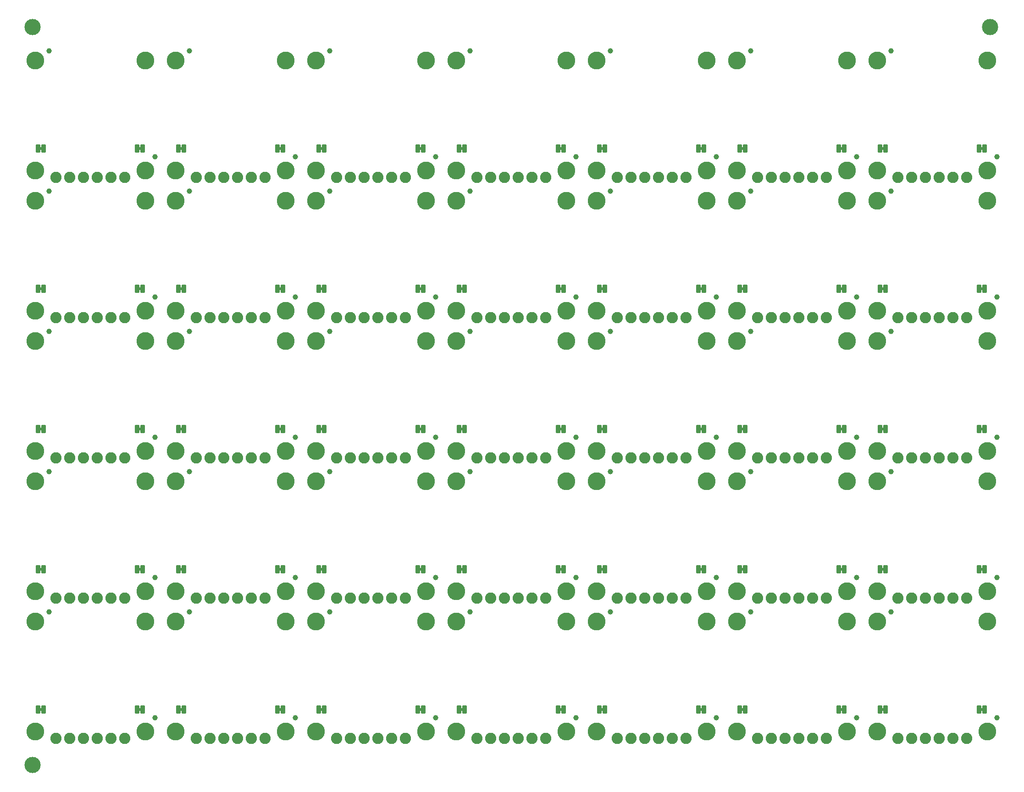
<source format=gbs>
%TF.GenerationSoftware,KiCad,Pcbnew,7.0.10*%
%TF.CreationDate,2024-03-13T10:51:02+00:00*%
%TF.ProjectId,SparkX_Soft_Power_Switch_panelized,53706172-6b58-45f5-936f-66745f506f77,v01*%
%TF.SameCoordinates,Original*%
%TF.FileFunction,Soldermask,Bot*%
%TF.FilePolarity,Negative*%
%FSLAX46Y46*%
G04 Gerber Fmt 4.6, Leading zero omitted, Abs format (unit mm)*
G04 Created by KiCad (PCBNEW 7.0.10) date 2024-03-13 10:51:02*
%MOMM*%
%LPD*%
G01*
G04 APERTURE LIST*
G04 Aperture macros list*
%AMRoundRect*
0 Rectangle with rounded corners*
0 $1 Rounding radius*
0 $2 $3 $4 $5 $6 $7 $8 $9 X,Y pos of 4 corners*
0 Add a 4 corners polygon primitive as box body*
4,1,4,$2,$3,$4,$5,$6,$7,$8,$9,$2,$3,0*
0 Add four circle primitives for the rounded corners*
1,1,$1+$1,$2,$3*
1,1,$1+$1,$4,$5*
1,1,$1+$1,$6,$7*
1,1,$1+$1,$8,$9*
0 Add four rect primitives between the rounded corners*
20,1,$1+$1,$2,$3,$4,$5,0*
20,1,$1+$1,$4,$5,$6,$7,0*
20,1,$1+$1,$6,$7,$8,$9,0*
20,1,$1+$1,$8,$9,$2,$3,0*%
G04 Aperture macros list end*
%ADD10C,2.082800*%
%ADD11C,3.302000*%
%ADD12C,1.000000*%
%ADD13C,3.000000*%
%ADD14RoundRect,0.101600X-0.330200X-0.635000X0.330200X-0.635000X0.330200X0.635000X-0.330200X0.635000X0*%
%ADD15RoundRect,0.101600X0.330200X0.635000X-0.330200X0.635000X-0.330200X-0.635000X0.330200X-0.635000X0*%
G04 APERTURE END LIST*
%TO.C,JP2*%
G36*
X22098000Y6363500D02*
G01*
X21590000Y6363500D01*
X21590000Y6844500D01*
X22098000Y6844500D01*
X22098000Y6363500D01*
G37*
G36*
X22098000Y58163500D02*
G01*
X21590000Y58163500D01*
X21590000Y58644500D01*
X22098000Y58644500D01*
X22098000Y58163500D01*
G37*
G36*
X73898000Y84063500D02*
G01*
X73390000Y84063500D01*
X73390000Y84544500D01*
X73898000Y84544500D01*
X73898000Y84063500D01*
G37*
G36*
X99798000Y6363500D02*
G01*
X99290000Y6363500D01*
X99290000Y6844500D01*
X99798000Y6844500D01*
X99798000Y6363500D01*
G37*
G36*
X47998000Y58163500D02*
G01*
X47490000Y58163500D01*
X47490000Y58644500D01*
X47998000Y58644500D01*
X47998000Y58163500D01*
G37*
G36*
X22098000Y109963500D02*
G01*
X21590000Y109963500D01*
X21590000Y110444500D01*
X22098000Y110444500D01*
X22098000Y109963500D01*
G37*
G36*
X22098000Y32263500D02*
G01*
X21590000Y32263500D01*
X21590000Y32744500D01*
X22098000Y32744500D01*
X22098000Y32263500D01*
G37*
G36*
X22098000Y84063500D02*
G01*
X21590000Y84063500D01*
X21590000Y84544500D01*
X22098000Y84544500D01*
X22098000Y84063500D01*
G37*
G36*
X47998000Y32263500D02*
G01*
X47490000Y32263500D01*
X47490000Y32744500D01*
X47998000Y32744500D01*
X47998000Y32263500D01*
G37*
G36*
X47998000Y84063500D02*
G01*
X47490000Y84063500D01*
X47490000Y84544500D01*
X47998000Y84544500D01*
X47998000Y84063500D01*
G37*
G36*
X47998000Y109963500D02*
G01*
X47490000Y109963500D01*
X47490000Y110444500D01*
X47998000Y110444500D01*
X47998000Y109963500D01*
G37*
G36*
X47998000Y6363500D02*
G01*
X47490000Y6363500D01*
X47490000Y6844500D01*
X47998000Y6844500D01*
X47998000Y6363500D01*
G37*
G36*
X73898000Y6363500D02*
G01*
X73390000Y6363500D01*
X73390000Y6844500D01*
X73898000Y6844500D01*
X73898000Y6363500D01*
G37*
G36*
X73898000Y32263500D02*
G01*
X73390000Y32263500D01*
X73390000Y32744500D01*
X73898000Y32744500D01*
X73898000Y32263500D01*
G37*
G36*
X73898000Y58163500D02*
G01*
X73390000Y58163500D01*
X73390000Y58644500D01*
X73898000Y58644500D01*
X73898000Y58163500D01*
G37*
G36*
X73898000Y109963500D02*
G01*
X73390000Y109963500D01*
X73390000Y110444500D01*
X73898000Y110444500D01*
X73898000Y109963500D01*
G37*
G36*
X151598000Y32263500D02*
G01*
X151090000Y32263500D01*
X151090000Y32744500D01*
X151598000Y32744500D01*
X151598000Y32263500D01*
G37*
G36*
X177498000Y109963500D02*
G01*
X176990000Y109963500D01*
X176990000Y110444500D01*
X177498000Y110444500D01*
X177498000Y109963500D01*
G37*
G36*
X99798000Y109963500D02*
G01*
X99290000Y109963500D01*
X99290000Y110444500D01*
X99798000Y110444500D01*
X99798000Y109963500D01*
G37*
G36*
X151598000Y6363500D02*
G01*
X151090000Y6363500D01*
X151090000Y6844500D01*
X151598000Y6844500D01*
X151598000Y6363500D01*
G37*
G36*
X99798000Y84063500D02*
G01*
X99290000Y84063500D01*
X99290000Y84544500D01*
X99798000Y84544500D01*
X99798000Y84063500D01*
G37*
G36*
X99798000Y32263500D02*
G01*
X99290000Y32263500D01*
X99290000Y32744500D01*
X99798000Y32744500D01*
X99798000Y32263500D01*
G37*
G36*
X125698000Y32263500D02*
G01*
X125190000Y32263500D01*
X125190000Y32744500D01*
X125698000Y32744500D01*
X125698000Y32263500D01*
G37*
G36*
X125698000Y109963500D02*
G01*
X125190000Y109963500D01*
X125190000Y110444500D01*
X125698000Y110444500D01*
X125698000Y109963500D01*
G37*
G36*
X125698000Y58163500D02*
G01*
X125190000Y58163500D01*
X125190000Y58644500D01*
X125698000Y58644500D01*
X125698000Y58163500D01*
G37*
G36*
X99798000Y58163500D02*
G01*
X99290000Y58163500D01*
X99290000Y58644500D01*
X99798000Y58644500D01*
X99798000Y58163500D01*
G37*
G36*
X151598000Y84063500D02*
G01*
X151090000Y84063500D01*
X151090000Y84544500D01*
X151598000Y84544500D01*
X151598000Y84063500D01*
G37*
G36*
X151598000Y109963500D02*
G01*
X151090000Y109963500D01*
X151090000Y110444500D01*
X151598000Y110444500D01*
X151598000Y109963500D01*
G37*
G36*
X151598000Y58163500D02*
G01*
X151090000Y58163500D01*
X151090000Y58644500D01*
X151598000Y58644500D01*
X151598000Y58163500D01*
G37*
G36*
X177498000Y6363500D02*
G01*
X176990000Y6363500D01*
X176990000Y6844500D01*
X177498000Y6844500D01*
X177498000Y6363500D01*
G37*
G36*
X177498000Y32263500D02*
G01*
X176990000Y32263500D01*
X176990000Y32744500D01*
X177498000Y32744500D01*
X177498000Y32263500D01*
G37*
G36*
X125698000Y6363500D02*
G01*
X125190000Y6363500D01*
X125190000Y6844500D01*
X125698000Y6844500D01*
X125698000Y6363500D01*
G37*
G36*
X125698000Y84063500D02*
G01*
X125190000Y84063500D01*
X125190000Y84544500D01*
X125698000Y84544500D01*
X125698000Y84063500D01*
G37*
G36*
X177498000Y58163500D02*
G01*
X176990000Y58163500D01*
X176990000Y58644500D01*
X177498000Y58644500D01*
X177498000Y58163500D01*
G37*
G36*
X177498000Y84063500D02*
G01*
X176990000Y84063500D01*
X176990000Y84544500D01*
X177498000Y84544500D01*
X177498000Y84063500D01*
G37*
%TO.C,JP1*%
G36*
X3810000Y6363500D02*
G01*
X3302000Y6363500D01*
X3302000Y6844500D01*
X3810000Y6844500D01*
X3810000Y6363500D01*
G37*
G36*
X3810000Y58163500D02*
G01*
X3302000Y58163500D01*
X3302000Y58644500D01*
X3810000Y58644500D01*
X3810000Y58163500D01*
G37*
G36*
X29710000Y32263500D02*
G01*
X29202000Y32263500D01*
X29202000Y32744500D01*
X29710000Y32744500D01*
X29710000Y32263500D01*
G37*
G36*
X29710000Y58163500D02*
G01*
X29202000Y58163500D01*
X29202000Y58644500D01*
X29710000Y58644500D01*
X29710000Y58163500D01*
G37*
G36*
X3810000Y32263500D02*
G01*
X3302000Y32263500D01*
X3302000Y32744500D01*
X3810000Y32744500D01*
X3810000Y32263500D01*
G37*
G36*
X3810000Y84063500D02*
G01*
X3302000Y84063500D01*
X3302000Y84544500D01*
X3810000Y84544500D01*
X3810000Y84063500D01*
G37*
G36*
X3810000Y109963500D02*
G01*
X3302000Y109963500D01*
X3302000Y110444500D01*
X3810000Y110444500D01*
X3810000Y109963500D01*
G37*
G36*
X29710000Y6363500D02*
G01*
X29202000Y6363500D01*
X29202000Y6844500D01*
X29710000Y6844500D01*
X29710000Y6363500D01*
G37*
G36*
X29710000Y84063500D02*
G01*
X29202000Y84063500D01*
X29202000Y84544500D01*
X29710000Y84544500D01*
X29710000Y84063500D01*
G37*
G36*
X29710000Y109963500D02*
G01*
X29202000Y109963500D01*
X29202000Y110444500D01*
X29710000Y110444500D01*
X29710000Y109963500D01*
G37*
G36*
X55610000Y32263500D02*
G01*
X55102000Y32263500D01*
X55102000Y32744500D01*
X55610000Y32744500D01*
X55610000Y32263500D01*
G37*
G36*
X55610000Y84063500D02*
G01*
X55102000Y84063500D01*
X55102000Y84544500D01*
X55610000Y84544500D01*
X55610000Y84063500D01*
G37*
G36*
X81510000Y6363500D02*
G01*
X81002000Y6363500D01*
X81002000Y6844500D01*
X81510000Y6844500D01*
X81510000Y6363500D01*
G37*
G36*
X55610000Y6363500D02*
G01*
X55102000Y6363500D01*
X55102000Y6844500D01*
X55610000Y6844500D01*
X55610000Y6363500D01*
G37*
G36*
X81510000Y58163500D02*
G01*
X81002000Y58163500D01*
X81002000Y58644500D01*
X81510000Y58644500D01*
X81510000Y58163500D01*
G37*
G36*
X81510000Y32263500D02*
G01*
X81002000Y32263500D01*
X81002000Y32744500D01*
X81510000Y32744500D01*
X81510000Y32263500D01*
G37*
G36*
X55610000Y109963500D02*
G01*
X55102000Y109963500D01*
X55102000Y110444500D01*
X55610000Y110444500D01*
X55610000Y109963500D01*
G37*
G36*
X55610000Y58163500D02*
G01*
X55102000Y58163500D01*
X55102000Y58644500D01*
X55610000Y58644500D01*
X55610000Y58163500D01*
G37*
G36*
X81510000Y84063500D02*
G01*
X81002000Y84063500D01*
X81002000Y84544500D01*
X81510000Y84544500D01*
X81510000Y84063500D01*
G37*
G36*
X107410000Y6363500D02*
G01*
X106902000Y6363500D01*
X106902000Y6844500D01*
X107410000Y6844500D01*
X107410000Y6363500D01*
G37*
G36*
X107410000Y84063500D02*
G01*
X106902000Y84063500D01*
X106902000Y84544500D01*
X107410000Y84544500D01*
X107410000Y84063500D01*
G37*
G36*
X133310000Y32263500D02*
G01*
X132802000Y32263500D01*
X132802000Y32744500D01*
X133310000Y32744500D01*
X133310000Y32263500D01*
G37*
G36*
X107410000Y32263500D02*
G01*
X106902000Y32263500D01*
X106902000Y32744500D01*
X107410000Y32744500D01*
X107410000Y32263500D01*
G37*
G36*
X107410000Y109963500D02*
G01*
X106902000Y109963500D01*
X106902000Y110444500D01*
X107410000Y110444500D01*
X107410000Y109963500D01*
G37*
G36*
X133310000Y58163500D02*
G01*
X132802000Y58163500D01*
X132802000Y58644500D01*
X133310000Y58644500D01*
X133310000Y58163500D01*
G37*
G36*
X133310000Y109963500D02*
G01*
X132802000Y109963500D01*
X132802000Y110444500D01*
X133310000Y110444500D01*
X133310000Y109963500D01*
G37*
G36*
X159210000Y32263500D02*
G01*
X158702000Y32263500D01*
X158702000Y32744500D01*
X159210000Y32744500D01*
X159210000Y32263500D01*
G37*
G36*
X107410000Y58163500D02*
G01*
X106902000Y58163500D01*
X106902000Y58644500D01*
X107410000Y58644500D01*
X107410000Y58163500D01*
G37*
G36*
X159210000Y6363500D02*
G01*
X158702000Y6363500D01*
X158702000Y6844500D01*
X159210000Y6844500D01*
X159210000Y6363500D01*
G37*
G36*
X133310000Y84063500D02*
G01*
X132802000Y84063500D01*
X132802000Y84544500D01*
X133310000Y84544500D01*
X133310000Y84063500D01*
G37*
G36*
X159210000Y84063500D02*
G01*
X158702000Y84063500D01*
X158702000Y84544500D01*
X159210000Y84544500D01*
X159210000Y84063500D01*
G37*
G36*
X81510000Y109963500D02*
G01*
X81002000Y109963500D01*
X81002000Y110444500D01*
X81510000Y110444500D01*
X81510000Y109963500D01*
G37*
G36*
X159210000Y109963500D02*
G01*
X158702000Y109963500D01*
X158702000Y110444500D01*
X159210000Y110444500D01*
X159210000Y109963500D01*
G37*
G36*
X159210000Y58163500D02*
G01*
X158702000Y58163500D01*
X158702000Y58644500D01*
X159210000Y58644500D01*
X159210000Y58163500D01*
G37*
G36*
X133310000Y6363500D02*
G01*
X132802000Y6363500D01*
X132802000Y6844500D01*
X133310000Y6844500D01*
X133310000Y6363500D01*
G37*
%TD*%
D10*
%TO.C,J3*%
X19050000Y1270000D03*
X16510000Y1270000D03*
X13970000Y1270000D03*
X11430000Y1270000D03*
X8890000Y1270000D03*
X6350000Y1270000D03*
%TD*%
%TO.C,J3*%
X44950000Y27170000D03*
X42410000Y27170000D03*
X39870000Y27170000D03*
X37330000Y27170000D03*
X34790000Y27170000D03*
X32250000Y27170000D03*
%TD*%
%TO.C,J3*%
X44950000Y78970000D03*
X42410000Y78970000D03*
X39870000Y78970000D03*
X37330000Y78970000D03*
X34790000Y78970000D03*
X32250000Y78970000D03*
%TD*%
%TO.C,J3*%
X19050000Y104870000D03*
X16510000Y104870000D03*
X13970000Y104870000D03*
X11430000Y104870000D03*
X8890000Y104870000D03*
X6350000Y104870000D03*
%TD*%
%TO.C,J3*%
X19050000Y53070000D03*
X16510000Y53070000D03*
X13970000Y53070000D03*
X11430000Y53070000D03*
X8890000Y53070000D03*
X6350000Y53070000D03*
%TD*%
%TO.C,J3*%
X19050000Y27170000D03*
X16510000Y27170000D03*
X13970000Y27170000D03*
X11430000Y27170000D03*
X8890000Y27170000D03*
X6350000Y27170000D03*
%TD*%
%TO.C,J3*%
X19050000Y78970000D03*
X16510000Y78970000D03*
X13970000Y78970000D03*
X11430000Y78970000D03*
X8890000Y78970000D03*
X6350000Y78970000D03*
%TD*%
%TO.C,J3*%
X44950000Y1270000D03*
X42410000Y1270000D03*
X39870000Y1270000D03*
X37330000Y1270000D03*
X34790000Y1270000D03*
X32250000Y1270000D03*
%TD*%
%TO.C,J3*%
X44950000Y53070000D03*
X42410000Y53070000D03*
X39870000Y53070000D03*
X37330000Y53070000D03*
X34790000Y53070000D03*
X32250000Y53070000D03*
%TD*%
%TO.C,J3*%
X148550000Y104870000D03*
X146010000Y104870000D03*
X143470000Y104870000D03*
X140930000Y104870000D03*
X138390000Y104870000D03*
X135850000Y104870000D03*
%TD*%
%TO.C,J3*%
X70850000Y53070000D03*
X68310000Y53070000D03*
X65770000Y53070000D03*
X63230000Y53070000D03*
X60690000Y53070000D03*
X58150000Y53070000D03*
%TD*%
%TO.C,J3*%
X122650000Y1270000D03*
X120110000Y1270000D03*
X117570000Y1270000D03*
X115030000Y1270000D03*
X112490000Y1270000D03*
X109950000Y1270000D03*
%TD*%
%TO.C,J3*%
X122650000Y53070000D03*
X120110000Y53070000D03*
X117570000Y53070000D03*
X115030000Y53070000D03*
X112490000Y53070000D03*
X109950000Y53070000D03*
%TD*%
%TO.C,J3*%
X44950000Y104870000D03*
X42410000Y104870000D03*
X39870000Y104870000D03*
X37330000Y104870000D03*
X34790000Y104870000D03*
X32250000Y104870000D03*
%TD*%
%TO.C,J3*%
X96750000Y27170000D03*
X94210000Y27170000D03*
X91670000Y27170000D03*
X89130000Y27170000D03*
X86590000Y27170000D03*
X84050000Y27170000D03*
%TD*%
%TO.C,J3*%
X96750000Y104870000D03*
X94210000Y104870000D03*
X91670000Y104870000D03*
X89130000Y104870000D03*
X86590000Y104870000D03*
X84050000Y104870000D03*
%TD*%
%TO.C,J3*%
X122650000Y78970000D03*
X120110000Y78970000D03*
X117570000Y78970000D03*
X115030000Y78970000D03*
X112490000Y78970000D03*
X109950000Y78970000D03*
%TD*%
%TO.C,J3*%
X96750000Y78970000D03*
X94210000Y78970000D03*
X91670000Y78970000D03*
X89130000Y78970000D03*
X86590000Y78970000D03*
X84050000Y78970000D03*
%TD*%
%TO.C,J3*%
X122650000Y104870000D03*
X120110000Y104870000D03*
X117570000Y104870000D03*
X115030000Y104870000D03*
X112490000Y104870000D03*
X109950000Y104870000D03*
%TD*%
%TO.C,J3*%
X70850000Y1270000D03*
X68310000Y1270000D03*
X65770000Y1270000D03*
X63230000Y1270000D03*
X60690000Y1270000D03*
X58150000Y1270000D03*
%TD*%
%TO.C,J3*%
X70850000Y27170000D03*
X68310000Y27170000D03*
X65770000Y27170000D03*
X63230000Y27170000D03*
X60690000Y27170000D03*
X58150000Y27170000D03*
%TD*%
%TO.C,J3*%
X96750000Y1270000D03*
X94210000Y1270000D03*
X91670000Y1270000D03*
X89130000Y1270000D03*
X86590000Y1270000D03*
X84050000Y1270000D03*
%TD*%
%TO.C,J3*%
X148550000Y1270000D03*
X146010000Y1270000D03*
X143470000Y1270000D03*
X140930000Y1270000D03*
X138390000Y1270000D03*
X135850000Y1270000D03*
%TD*%
%TO.C,J3*%
X148550000Y27170000D03*
X146010000Y27170000D03*
X143470000Y27170000D03*
X140930000Y27170000D03*
X138390000Y27170000D03*
X135850000Y27170000D03*
%TD*%
%TO.C,J3*%
X122650000Y27170000D03*
X120110000Y27170000D03*
X117570000Y27170000D03*
X115030000Y27170000D03*
X112490000Y27170000D03*
X109950000Y27170000D03*
%TD*%
%TO.C,J3*%
X70850000Y78970000D03*
X68310000Y78970000D03*
X65770000Y78970000D03*
X63230000Y78970000D03*
X60690000Y78970000D03*
X58150000Y78970000D03*
%TD*%
%TO.C,J3*%
X96750000Y53070000D03*
X94210000Y53070000D03*
X91670000Y53070000D03*
X89130000Y53070000D03*
X86590000Y53070000D03*
X84050000Y53070000D03*
%TD*%
%TO.C,J3*%
X70850000Y104870000D03*
X68310000Y104870000D03*
X65770000Y104870000D03*
X63230000Y104870000D03*
X60690000Y104870000D03*
X58150000Y104870000D03*
%TD*%
%TO.C,J3*%
X148550000Y53070000D03*
X146010000Y53070000D03*
X143470000Y53070000D03*
X140930000Y53070000D03*
X138390000Y53070000D03*
X135850000Y53070000D03*
%TD*%
%TO.C,J3*%
X148550000Y78970000D03*
X146010000Y78970000D03*
X143470000Y78970000D03*
X140930000Y78970000D03*
X138390000Y78970000D03*
X135850000Y78970000D03*
%TD*%
%TO.C,J3*%
X174450000Y1270000D03*
X171910000Y1270000D03*
X169370000Y1270000D03*
X166830000Y1270000D03*
X164290000Y1270000D03*
X161750000Y1270000D03*
%TD*%
%TO.C,J3*%
X174450000Y27170000D03*
X171910000Y27170000D03*
X169370000Y27170000D03*
X166830000Y27170000D03*
X164290000Y27170000D03*
X161750000Y27170000D03*
%TD*%
%TO.C,J3*%
X174450000Y53070000D03*
X171910000Y53070000D03*
X169370000Y53070000D03*
X166830000Y53070000D03*
X164290000Y53070000D03*
X161750000Y53070000D03*
%TD*%
%TO.C,J3*%
X174450000Y78970000D03*
X171910000Y78970000D03*
X169370000Y78970000D03*
X166830000Y78970000D03*
X164290000Y78970000D03*
X161750000Y78970000D03*
%TD*%
%TO.C,J3*%
X174450000Y104870000D03*
X171910000Y104870000D03*
X169370000Y104870000D03*
X166830000Y104870000D03*
X164290000Y104870000D03*
X161750000Y104870000D03*
%TD*%
D11*
%TO.C,ST4*%
X22860000Y2540000D03*
%TD*%
%TO.C,ST4*%
X178260000Y80240000D03*
%TD*%
%TO.C,ST4*%
X126460000Y54340000D03*
%TD*%
%TO.C,ST4*%
X152360000Y2540000D03*
%TD*%
%TO.C,ST4*%
X152360000Y28440000D03*
%TD*%
%TO.C,ST4*%
X178260000Y2540000D03*
%TD*%
%TO.C,ST4*%
X126460000Y28440000D03*
%TD*%
%TO.C,ST4*%
X152360000Y54340000D03*
%TD*%
%TO.C,ST4*%
X178260000Y28440000D03*
%TD*%
%TO.C,ST4*%
X152360000Y106140000D03*
%TD*%
%TO.C,ST4*%
X126460000Y80240000D03*
%TD*%
%TO.C,ST4*%
X178260000Y106140000D03*
%TD*%
%TO.C,ST4*%
X126460000Y2540000D03*
%TD*%
%TO.C,ST4*%
X126460000Y106140000D03*
%TD*%
%TO.C,ST4*%
X152360000Y80240000D03*
%TD*%
%TO.C,ST4*%
X178260000Y54340000D03*
%TD*%
%TO.C,ST4*%
X22860000Y54340000D03*
%TD*%
%TO.C,ST4*%
X48760000Y106140000D03*
%TD*%
%TO.C,ST4*%
X74660000Y2540000D03*
%TD*%
%TO.C,ST4*%
X74660000Y28440000D03*
%TD*%
%TO.C,ST4*%
X74660000Y54340000D03*
%TD*%
%TO.C,ST4*%
X74660000Y80240000D03*
%TD*%
%TO.C,ST4*%
X22860000Y28440000D03*
%TD*%
%TO.C,ST4*%
X100560000Y28440000D03*
%TD*%
%TO.C,ST4*%
X74660000Y106140000D03*
%TD*%
%TO.C,ST4*%
X100560000Y106140000D03*
%TD*%
%TO.C,ST4*%
X22860000Y80240000D03*
%TD*%
%TO.C,ST4*%
X22860000Y106140000D03*
%TD*%
%TO.C,ST4*%
X48760000Y54340000D03*
%TD*%
%TO.C,ST4*%
X48760000Y80240000D03*
%TD*%
%TO.C,ST4*%
X100560000Y54340000D03*
%TD*%
%TO.C,ST4*%
X48760000Y28440000D03*
%TD*%
%TO.C,ST4*%
X100560000Y80240000D03*
%TD*%
%TO.C,ST4*%
X48760000Y2540000D03*
%TD*%
%TO.C,ST4*%
X100560000Y2540000D03*
%TD*%
%TO.C,ST3*%
X22860000Y22860000D03*
%TD*%
%TO.C,ST3*%
X48760000Y100560000D03*
%TD*%
%TO.C,ST3*%
X74660000Y22860000D03*
%TD*%
%TO.C,ST3*%
X100560000Y48760000D03*
%TD*%
%TO.C,ST3*%
X100560000Y100560000D03*
%TD*%
%TO.C,ST3*%
X22860000Y48760000D03*
%TD*%
%TO.C,ST3*%
X48760000Y126460000D03*
%TD*%
%TO.C,ST3*%
X74660000Y126460000D03*
%TD*%
%TO.C,ST3*%
X48760000Y48760000D03*
%TD*%
%TO.C,ST3*%
X22860000Y74660000D03*
%TD*%
%TO.C,ST3*%
X22860000Y126460000D03*
%TD*%
%TO.C,ST3*%
X22860000Y100560000D03*
%TD*%
%TO.C,ST3*%
X48760000Y22860000D03*
%TD*%
%TO.C,ST3*%
X48760000Y74660000D03*
%TD*%
%TO.C,ST3*%
X74660000Y48760000D03*
%TD*%
%TO.C,ST3*%
X74660000Y74660000D03*
%TD*%
%TO.C,ST3*%
X74660000Y100560000D03*
%TD*%
%TO.C,ST3*%
X100560000Y22860000D03*
%TD*%
%TO.C,ST3*%
X100560000Y74660000D03*
%TD*%
%TO.C,ST3*%
X126460000Y22860000D03*
%TD*%
%TO.C,ST3*%
X126460000Y48760000D03*
%TD*%
%TO.C,ST3*%
X126460000Y74660000D03*
%TD*%
%TO.C,ST3*%
X126460000Y100560000D03*
%TD*%
%TO.C,ST3*%
X152360000Y22860000D03*
%TD*%
%TO.C,ST3*%
X152360000Y48760000D03*
%TD*%
%TO.C,ST3*%
X126460000Y126460000D03*
%TD*%
%TO.C,ST3*%
X100560000Y126460000D03*
%TD*%
%TO.C,ST3*%
X152360000Y74660000D03*
%TD*%
%TO.C,ST3*%
X178260000Y126460000D03*
%TD*%
%TO.C,ST3*%
X178260000Y74660000D03*
%TD*%
%TO.C,ST3*%
X152360000Y100560000D03*
%TD*%
%TO.C,ST3*%
X178260000Y48760000D03*
%TD*%
%TO.C,ST3*%
X152360000Y126460000D03*
%TD*%
%TO.C,ST3*%
X178260000Y22860000D03*
%TD*%
%TO.C,ST3*%
X178260000Y100560000D03*
%TD*%
%TO.C,ST1*%
X2540000Y22860000D03*
%TD*%
%TO.C,ST1*%
X80240000Y22860000D03*
%TD*%
%TO.C,ST1*%
X2540000Y74660000D03*
%TD*%
%TO.C,ST1*%
X28440000Y48760000D03*
%TD*%
%TO.C,ST1*%
X28440000Y100560000D03*
%TD*%
%TO.C,ST1*%
X54340000Y48760000D03*
%TD*%
%TO.C,ST1*%
X54340000Y100560000D03*
%TD*%
%TO.C,ST1*%
X54340000Y22860000D03*
%TD*%
%TO.C,ST1*%
X132040000Y48760000D03*
%TD*%
%TO.C,ST1*%
X2540000Y126460000D03*
%TD*%
%TO.C,ST1*%
X106140000Y48760000D03*
%TD*%
%TO.C,ST1*%
X157940000Y22860000D03*
%TD*%
%TO.C,ST1*%
X106140000Y22860000D03*
%TD*%
%TO.C,ST1*%
X28440000Y126460000D03*
%TD*%
%TO.C,ST1*%
X54340000Y126460000D03*
%TD*%
%TO.C,ST1*%
X54340000Y74660000D03*
%TD*%
%TO.C,ST1*%
X2540000Y48760000D03*
%TD*%
%TO.C,ST1*%
X2540000Y100560000D03*
%TD*%
%TO.C,ST1*%
X28440000Y22860000D03*
%TD*%
%TO.C,ST1*%
X28440000Y74660000D03*
%TD*%
%TO.C,ST1*%
X80240000Y48760000D03*
%TD*%
%TO.C,ST1*%
X80240000Y74660000D03*
%TD*%
%TO.C,ST1*%
X106140000Y74660000D03*
%TD*%
%TO.C,ST1*%
X80240000Y100560000D03*
%TD*%
%TO.C,ST1*%
X106140000Y100560000D03*
%TD*%
%TO.C,ST1*%
X106140000Y126460000D03*
%TD*%
%TO.C,ST1*%
X80240000Y126460000D03*
%TD*%
%TO.C,ST1*%
X132040000Y22860000D03*
%TD*%
%TO.C,ST1*%
X132040000Y74660000D03*
%TD*%
%TO.C,ST1*%
X132040000Y100560000D03*
%TD*%
%TO.C,ST1*%
X132040000Y126460000D03*
%TD*%
%TO.C,ST1*%
X157940000Y100560000D03*
%TD*%
%TO.C,ST1*%
X157940000Y48760000D03*
%TD*%
%TO.C,ST1*%
X157940000Y74660000D03*
%TD*%
%TO.C,ST1*%
X157940000Y126460000D03*
%TD*%
%TO.C,ST2*%
X2540000Y2540000D03*
%TD*%
%TO.C,ST2*%
X132040000Y28440000D03*
%TD*%
%TO.C,ST2*%
X157940000Y54340000D03*
%TD*%
%TO.C,ST2*%
X132040000Y106140000D03*
%TD*%
%TO.C,ST2*%
X132040000Y54340000D03*
%TD*%
%TO.C,ST2*%
X157940000Y28440000D03*
%TD*%
%TO.C,ST2*%
X157940000Y106140000D03*
%TD*%
%TO.C,ST2*%
X132040000Y80240000D03*
%TD*%
%TO.C,ST2*%
X157940000Y2540000D03*
%TD*%
%TO.C,ST2*%
X157940000Y80240000D03*
%TD*%
%TO.C,ST2*%
X2540000Y54340000D03*
%TD*%
%TO.C,ST2*%
X2540000Y28440000D03*
%TD*%
%TO.C,ST2*%
X54340000Y80240000D03*
%TD*%
%TO.C,ST2*%
X106140000Y2540000D03*
%TD*%
%TO.C,ST2*%
X106140000Y106140000D03*
%TD*%
%TO.C,ST2*%
X132040000Y2540000D03*
%TD*%
%TO.C,ST2*%
X2540000Y106140000D03*
%TD*%
%TO.C,ST2*%
X54340000Y2540000D03*
%TD*%
%TO.C,ST2*%
X28440000Y28440000D03*
%TD*%
%TO.C,ST2*%
X28440000Y54340000D03*
%TD*%
%TO.C,ST2*%
X80240000Y28440000D03*
%TD*%
%TO.C,ST2*%
X80240000Y80240000D03*
%TD*%
%TO.C,ST2*%
X106140000Y28440000D03*
%TD*%
%TO.C,ST2*%
X80240000Y106140000D03*
%TD*%
%TO.C,ST2*%
X106140000Y54340000D03*
%TD*%
%TO.C,ST2*%
X80240000Y2540000D03*
%TD*%
%TO.C,ST2*%
X28440000Y106140000D03*
%TD*%
%TO.C,ST2*%
X28440000Y2540000D03*
%TD*%
%TO.C,ST2*%
X54340000Y28440000D03*
%TD*%
%TO.C,ST2*%
X54340000Y54340000D03*
%TD*%
%TO.C,ST2*%
X106140000Y80240000D03*
%TD*%
%TO.C,ST2*%
X54340000Y106140000D03*
%TD*%
%TO.C,ST2*%
X28440000Y80240000D03*
%TD*%
%TO.C,ST2*%
X2540000Y80240000D03*
%TD*%
%TO.C,ST2*%
X80240000Y54340000D03*
%TD*%
D12*
%TO.C,FID3*%
X5080000Y24638000D03*
%TD*%
%TO.C,FID3*%
X30980000Y24638000D03*
%TD*%
%TO.C,FID3*%
X5080000Y50538000D03*
%TD*%
%TO.C,FID3*%
X5080000Y76438000D03*
%TD*%
%TO.C,FID3*%
X82780000Y102338000D03*
%TD*%
%TO.C,FID3*%
X30980000Y76438000D03*
%TD*%
%TO.C,FID3*%
X30980000Y128238000D03*
%TD*%
%TO.C,FID3*%
X56880000Y76438000D03*
%TD*%
%TO.C,FID3*%
X56880000Y24638000D03*
%TD*%
%TO.C,FID3*%
X5080000Y128238000D03*
%TD*%
%TO.C,FID3*%
X30980000Y50538000D03*
%TD*%
%TO.C,FID3*%
X56880000Y102338000D03*
%TD*%
%TO.C,FID3*%
X30980000Y102338000D03*
%TD*%
%TO.C,FID3*%
X5080000Y102338000D03*
%TD*%
%TO.C,FID3*%
X82780000Y24638000D03*
%TD*%
%TO.C,FID3*%
X160480000Y128238000D03*
%TD*%
%TO.C,FID3*%
X82780000Y50538000D03*
%TD*%
%TO.C,FID3*%
X56880000Y50538000D03*
%TD*%
%TO.C,FID3*%
X56880000Y128238000D03*
%TD*%
%TO.C,FID3*%
X82780000Y76438000D03*
%TD*%
%TO.C,FID3*%
X108680000Y50538000D03*
%TD*%
%TO.C,FID3*%
X108680000Y76438000D03*
%TD*%
%TO.C,FID3*%
X108680000Y24638000D03*
%TD*%
%TO.C,FID3*%
X108680000Y128238000D03*
%TD*%
%TO.C,FID3*%
X134580000Y24638000D03*
%TD*%
%TO.C,FID3*%
X134580000Y50538000D03*
%TD*%
%TO.C,FID3*%
X134580000Y128238000D03*
%TD*%
%TO.C,FID3*%
X108680000Y102338000D03*
%TD*%
%TO.C,FID3*%
X82780000Y128238000D03*
%TD*%
%TO.C,FID3*%
X134580000Y102338000D03*
%TD*%
%TO.C,FID3*%
X160480000Y24638000D03*
%TD*%
%TO.C,FID3*%
X160480000Y50538000D03*
%TD*%
%TO.C,FID3*%
X160480000Y76438000D03*
%TD*%
%TO.C,FID3*%
X160480000Y102338000D03*
%TD*%
%TO.C,FID3*%
X134580000Y76438000D03*
%TD*%
%TO.C,FID2*%
X24638000Y5080000D03*
%TD*%
%TO.C,FID2*%
X24638000Y82780000D03*
%TD*%
%TO.C,FID2*%
X24638000Y30980000D03*
%TD*%
%TO.C,FID2*%
X24638000Y56880000D03*
%TD*%
%TO.C,FID2*%
X24638000Y108680000D03*
%TD*%
%TO.C,FID2*%
X50538000Y5080000D03*
%TD*%
%TO.C,FID2*%
X76438000Y82780000D03*
%TD*%
%TO.C,FID2*%
X76438000Y108680000D03*
%TD*%
%TO.C,FID2*%
X102338000Y30980000D03*
%TD*%
%TO.C,FID2*%
X102338000Y56880000D03*
%TD*%
%TO.C,FID2*%
X76438000Y30980000D03*
%TD*%
%TO.C,FID2*%
X76438000Y56880000D03*
%TD*%
%TO.C,FID2*%
X102338000Y5080000D03*
%TD*%
%TO.C,FID2*%
X102338000Y82780000D03*
%TD*%
%TO.C,FID2*%
X102338000Y108680000D03*
%TD*%
%TO.C,FID2*%
X128238000Y5080000D03*
%TD*%
%TO.C,FID2*%
X128238000Y30980000D03*
%TD*%
%TO.C,FID2*%
X50538000Y30980000D03*
%TD*%
%TO.C,FID2*%
X50538000Y82780000D03*
%TD*%
%TO.C,FID2*%
X50538000Y56880000D03*
%TD*%
%TO.C,FID2*%
X50538000Y108680000D03*
%TD*%
%TO.C,FID2*%
X76438000Y5080000D03*
%TD*%
%TO.C,FID2*%
X128238000Y82780000D03*
%TD*%
%TO.C,FID2*%
X180038000Y5080000D03*
%TD*%
%TO.C,FID2*%
X180038000Y56880000D03*
%TD*%
%TO.C,FID2*%
X128238000Y108680000D03*
%TD*%
%TO.C,FID2*%
X154138000Y30980000D03*
%TD*%
%TO.C,FID2*%
X128238000Y56880000D03*
%TD*%
%TO.C,FID2*%
X154138000Y82780000D03*
%TD*%
%TO.C,FID2*%
X154138000Y56880000D03*
%TD*%
%TO.C,FID2*%
X154138000Y5080000D03*
%TD*%
%TO.C,FID2*%
X154138000Y108680000D03*
%TD*%
%TO.C,FID2*%
X180038000Y30980000D03*
%TD*%
%TO.C,FID2*%
X180038000Y82780000D03*
%TD*%
%TO.C,FID2*%
X180038000Y108680000D03*
%TD*%
D13*
%TO.C,*%
X2000000Y-3675000D03*
%TD*%
D14*
%TO.C,JP2*%
X21323300Y6604000D03*
X22364700Y6604000D03*
%TD*%
%TO.C,JP2*%
X21323300Y58404000D03*
X22364700Y58404000D03*
%TD*%
%TO.C,JP2*%
X73123300Y84304000D03*
X74164700Y84304000D03*
%TD*%
%TO.C,JP2*%
X99023300Y6604000D03*
X100064700Y6604000D03*
%TD*%
%TO.C,JP2*%
X47223300Y58404000D03*
X48264700Y58404000D03*
%TD*%
%TO.C,JP2*%
X21323300Y110204000D03*
X22364700Y110204000D03*
%TD*%
%TO.C,JP2*%
X21323300Y32504000D03*
X22364700Y32504000D03*
%TD*%
%TO.C,JP2*%
X21323300Y84304000D03*
X22364700Y84304000D03*
%TD*%
%TO.C,JP2*%
X47223300Y32504000D03*
X48264700Y32504000D03*
%TD*%
%TO.C,JP2*%
X47223300Y84304000D03*
X48264700Y84304000D03*
%TD*%
%TO.C,JP2*%
X47223300Y110204000D03*
X48264700Y110204000D03*
%TD*%
%TO.C,JP2*%
X47223300Y6604000D03*
X48264700Y6604000D03*
%TD*%
%TO.C,JP2*%
X73123300Y6604000D03*
X74164700Y6604000D03*
%TD*%
%TO.C,JP2*%
X73123300Y32504000D03*
X74164700Y32504000D03*
%TD*%
%TO.C,JP2*%
X73123300Y58404000D03*
X74164700Y58404000D03*
%TD*%
%TO.C,JP2*%
X73123300Y110204000D03*
X74164700Y110204000D03*
%TD*%
%TO.C,JP2*%
X150823300Y32504000D03*
X151864700Y32504000D03*
%TD*%
%TO.C,JP2*%
X176723300Y110204000D03*
X177764700Y110204000D03*
%TD*%
%TO.C,JP2*%
X99023300Y110204000D03*
X100064700Y110204000D03*
%TD*%
%TO.C,JP2*%
X150823300Y6604000D03*
X151864700Y6604000D03*
%TD*%
%TO.C,JP2*%
X99023300Y84304000D03*
X100064700Y84304000D03*
%TD*%
%TO.C,JP2*%
X99023300Y32504000D03*
X100064700Y32504000D03*
%TD*%
%TO.C,JP2*%
X124923300Y32504000D03*
X125964700Y32504000D03*
%TD*%
%TO.C,JP2*%
X124923300Y110204000D03*
X125964700Y110204000D03*
%TD*%
%TO.C,JP2*%
X124923300Y58404000D03*
X125964700Y58404000D03*
%TD*%
%TO.C,JP2*%
X99023300Y58404000D03*
X100064700Y58404000D03*
%TD*%
%TO.C,JP2*%
X150823300Y84304000D03*
X151864700Y84304000D03*
%TD*%
%TO.C,JP2*%
X150823300Y110204000D03*
X151864700Y110204000D03*
%TD*%
%TO.C,JP2*%
X150823300Y58404000D03*
X151864700Y58404000D03*
%TD*%
%TO.C,JP2*%
X176723300Y6604000D03*
X177764700Y6604000D03*
%TD*%
%TO.C,JP2*%
X176723300Y32504000D03*
X177764700Y32504000D03*
%TD*%
%TO.C,JP2*%
X124923300Y6604000D03*
X125964700Y6604000D03*
%TD*%
%TO.C,JP2*%
X124923300Y84304000D03*
X125964700Y84304000D03*
%TD*%
%TO.C,JP2*%
X176723300Y58404000D03*
X177764700Y58404000D03*
%TD*%
%TO.C,JP2*%
X176723300Y84304000D03*
X177764700Y84304000D03*
%TD*%
D13*
%TO.C,*%
X178800000Y132675000D03*
%TD*%
D15*
%TO.C,JP1*%
X4076700Y6604000D03*
X3035300Y6604000D03*
%TD*%
%TO.C,JP1*%
X4076700Y58404000D03*
X3035300Y58404000D03*
%TD*%
%TO.C,JP1*%
X29976700Y32504000D03*
X28935300Y32504000D03*
%TD*%
%TO.C,JP1*%
X29976700Y58404000D03*
X28935300Y58404000D03*
%TD*%
%TO.C,JP1*%
X4076700Y32504000D03*
X3035300Y32504000D03*
%TD*%
%TO.C,JP1*%
X4076700Y84304000D03*
X3035300Y84304000D03*
%TD*%
%TO.C,JP1*%
X4076700Y110204000D03*
X3035300Y110204000D03*
%TD*%
%TO.C,JP1*%
X29976700Y6604000D03*
X28935300Y6604000D03*
%TD*%
%TO.C,JP1*%
X29976700Y84304000D03*
X28935300Y84304000D03*
%TD*%
%TO.C,JP1*%
X29976700Y110204000D03*
X28935300Y110204000D03*
%TD*%
%TO.C,JP1*%
X55876700Y32504000D03*
X54835300Y32504000D03*
%TD*%
%TO.C,JP1*%
X55876700Y84304000D03*
X54835300Y84304000D03*
%TD*%
%TO.C,JP1*%
X81776700Y6604000D03*
X80735300Y6604000D03*
%TD*%
%TO.C,JP1*%
X55876700Y6604000D03*
X54835300Y6604000D03*
%TD*%
%TO.C,JP1*%
X81776700Y58404000D03*
X80735300Y58404000D03*
%TD*%
%TO.C,JP1*%
X81776700Y32504000D03*
X80735300Y32504000D03*
%TD*%
%TO.C,JP1*%
X55876700Y110204000D03*
X54835300Y110204000D03*
%TD*%
%TO.C,JP1*%
X55876700Y58404000D03*
X54835300Y58404000D03*
%TD*%
%TO.C,JP1*%
X81776700Y84304000D03*
X80735300Y84304000D03*
%TD*%
%TO.C,JP1*%
X107676700Y6604000D03*
X106635300Y6604000D03*
%TD*%
%TO.C,JP1*%
X107676700Y84304000D03*
X106635300Y84304000D03*
%TD*%
%TO.C,JP1*%
X133576700Y32504000D03*
X132535300Y32504000D03*
%TD*%
%TO.C,JP1*%
X107676700Y32504000D03*
X106635300Y32504000D03*
%TD*%
%TO.C,JP1*%
X107676700Y110204000D03*
X106635300Y110204000D03*
%TD*%
%TO.C,JP1*%
X133576700Y58404000D03*
X132535300Y58404000D03*
%TD*%
%TO.C,JP1*%
X133576700Y110204000D03*
X132535300Y110204000D03*
%TD*%
%TO.C,JP1*%
X159476700Y32504000D03*
X158435300Y32504000D03*
%TD*%
%TO.C,JP1*%
X107676700Y58404000D03*
X106635300Y58404000D03*
%TD*%
%TO.C,JP1*%
X159476700Y6604000D03*
X158435300Y6604000D03*
%TD*%
%TO.C,JP1*%
X133576700Y84304000D03*
X132535300Y84304000D03*
%TD*%
%TO.C,JP1*%
X159476700Y84304000D03*
X158435300Y84304000D03*
%TD*%
%TO.C,JP1*%
X81776700Y110204000D03*
X80735300Y110204000D03*
%TD*%
%TO.C,JP1*%
X159476700Y110204000D03*
X158435300Y110204000D03*
%TD*%
%TO.C,JP1*%
X159476700Y58404000D03*
X158435300Y58404000D03*
%TD*%
%TO.C,JP1*%
X133576700Y6604000D03*
X132535300Y6604000D03*
%TD*%
D13*
%TO.C,*%
X2000000Y132675000D03*
%TD*%
M02*

</source>
